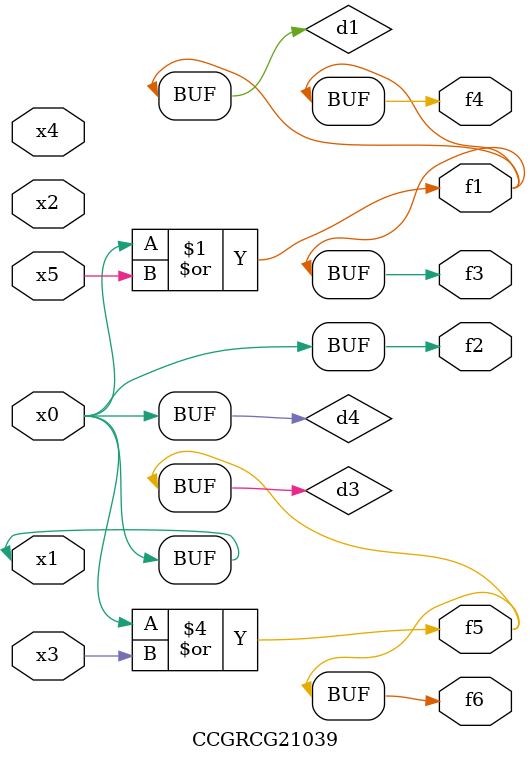
<source format=v>
module CCGRCG21039(
	input x0, x1, x2, x3, x4, x5,
	output f1, f2, f3, f4, f5, f6
);

	wire d1, d2, d3, d4;

	or (d1, x0, x5);
	xnor (d2, x1, x4);
	or (d3, x0, x3);
	buf (d4, x0, x1);
	assign f1 = d1;
	assign f2 = d4;
	assign f3 = d1;
	assign f4 = d1;
	assign f5 = d3;
	assign f6 = d3;
endmodule

</source>
